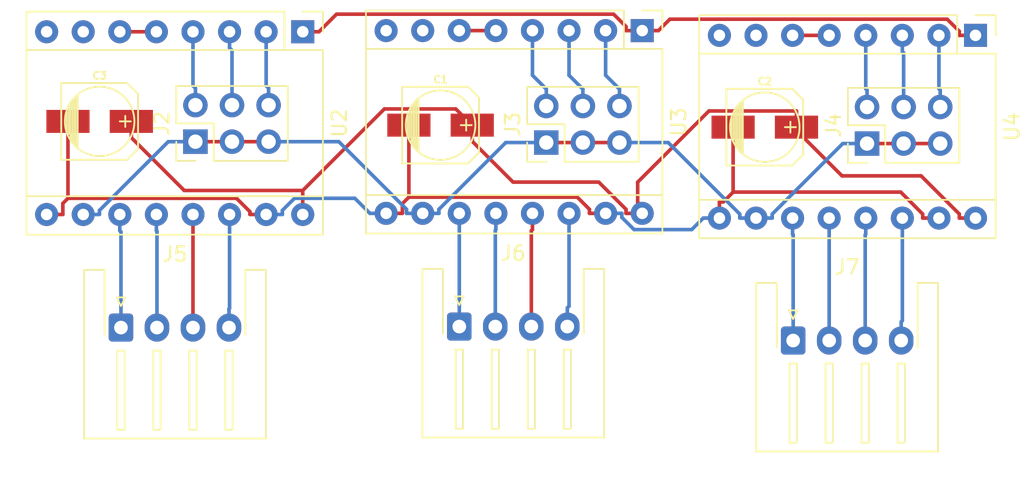
<source format=kicad_pcb>
(kicad_pcb (version 20171130) (host pcbnew 5.0.2-bee76a0~70~ubuntu18.04.1)

  (general
    (thickness 1.6)
    (drawings 0)
    (tracks 159)
    (zones 0)
    (modules 12)
    (nets 35)
  )

  (page A4)
  (layers
    (0 F.Cu signal)
    (31 B.Cu signal)
    (32 B.Adhes user)
    (33 F.Adhes user)
    (34 B.Paste user)
    (35 F.Paste user)
    (36 B.SilkS user)
    (37 F.SilkS user)
    (38 B.Mask user)
    (39 F.Mask user)
    (40 Dwgs.User user)
    (41 Cmts.User user)
    (42 Eco1.User user)
    (43 Eco2.User user)
    (44 Edge.Cuts user)
    (45 Margin user)
    (46 B.CrtYd user)
    (47 F.CrtYd user)
    (48 B.Fab user)
    (49 F.Fab user)
  )

  (setup
    (last_trace_width 0.25)
    (trace_clearance 0.2)
    (zone_clearance 0.508)
    (zone_45_only no)
    (trace_min 0.2)
    (segment_width 0.2)
    (edge_width 0.15)
    (via_size 0.8)
    (via_drill 0.4)
    (via_min_size 0.4)
    (via_min_drill 0.3)
    (uvia_size 0.3)
    (uvia_drill 0.1)
    (uvias_allowed no)
    (uvia_min_size 0.2)
    (uvia_min_drill 0.1)
    (pcb_text_width 0.3)
    (pcb_text_size 1.5 1.5)
    (mod_edge_width 0.15)
    (mod_text_size 1 1)
    (mod_text_width 0.15)
    (pad_size 1.524 1.524)
    (pad_drill 0.762)
    (pad_to_mask_clearance 0.051)
    (solder_mask_min_width 0.25)
    (aux_axis_origin 0 0)
    (visible_elements FFFFFF7F)
    (pcbplotparams
      (layerselection 0x010fc_ffffffff)
      (usegerberextensions false)
      (usegerberattributes false)
      (usegerberadvancedattributes false)
      (creategerberjobfile false)
      (excludeedgelayer true)
      (linewidth 0.100000)
      (plotframeref false)
      (viasonmask false)
      (mode 1)
      (useauxorigin false)
      (hpglpennumber 1)
      (hpglpenspeed 20)
      (hpglpendiameter 15.000000)
      (psnegative false)
      (psa4output false)
      (plotreference true)
      (plotvalue true)
      (plotinvisibletext false)
      (padsonsilk false)
      (subtractmaskfromsilk false)
      (outputformat 1)
      (mirror false)
      (drillshape 1)
      (scaleselection 1)
      (outputdirectory ""))
  )

  (net 0 "")
  (net 1 +VMot)
  (net 2 GND)
  (net 3 Step_Enable)
  (net 4 "Net-(J2-Pad6)")
  (net 5 +5V)
  (net 6 "Net-(J2-Pad4)")
  (net 7 "Net-(J5-Pad1)")
  (net 8 "Net-(J2-Pad2)")
  (net 9 "Net-(J5-Pad2)")
  (net 10 "Net-(U2-Pad5)")
  (net 11 "Net-(J5-Pad3)")
  (net 12 "Net-(J5-Pad4)")
  (net 13 X_Step)
  (net 14 X_Dir)
  (net 15 Y_Dir)
  (net 16 Y_Step)
  (net 17 "Net-(J6-Pad4)")
  (net 18 "Net-(U3-Pad5)")
  (net 19 "Net-(J6-Pad3)")
  (net 20 "Net-(J6-Pad2)")
  (net 21 "Net-(J3-Pad2)")
  (net 22 "Net-(J6-Pad1)")
  (net 23 "Net-(J3-Pad4)")
  (net 24 "Net-(J3-Pad6)")
  (net 25 "Net-(J4-Pad6)")
  (net 26 "Net-(J4-Pad4)")
  (net 27 "Net-(J7-Pad1)")
  (net 28 "Net-(J4-Pad2)")
  (net 29 "Net-(J7-Pad2)")
  (net 30 "Net-(U4-Pad5)")
  (net 31 "Net-(J7-Pad3)")
  (net 32 "Net-(J7-Pad4)")
  (net 33 Z_Step)
  (net 34 Z_Dir)

  (net_class Default "This is the default net class."
    (clearance 0.2)
    (trace_width 0.25)
    (via_dia 0.8)
    (via_drill 0.4)
    (uvia_dia 0.3)
    (uvia_drill 0.1)
    (add_net +5V)
    (add_net +VMot)
    (add_net GND)
    (add_net "Net-(J2-Pad2)")
    (add_net "Net-(J2-Pad4)")
    (add_net "Net-(J2-Pad6)")
    (add_net "Net-(J3-Pad2)")
    (add_net "Net-(J3-Pad4)")
    (add_net "Net-(J3-Pad6)")
    (add_net "Net-(J4-Pad2)")
    (add_net "Net-(J4-Pad4)")
    (add_net "Net-(J4-Pad6)")
    (add_net "Net-(J5-Pad1)")
    (add_net "Net-(J5-Pad2)")
    (add_net "Net-(J5-Pad3)")
    (add_net "Net-(J5-Pad4)")
    (add_net "Net-(J6-Pad1)")
    (add_net "Net-(J6-Pad2)")
    (add_net "Net-(J6-Pad3)")
    (add_net "Net-(J6-Pad4)")
    (add_net "Net-(J7-Pad1)")
    (add_net "Net-(J7-Pad2)")
    (add_net "Net-(J7-Pad3)")
    (add_net "Net-(J7-Pad4)")
    (add_net "Net-(U2-Pad5)")
    (add_net "Net-(U3-Pad5)")
    (add_net "Net-(U4-Pad5)")
    (add_net Step_Enable)
    (add_net X_Dir)
    (add_net X_Step)
    (add_net Y_Dir)
    (add_net Y_Step)
    (add_net Z_Dir)
    (add_net Z_Step)
  )

  (module Connector_JST:JST_XH_S04B-XH-A-1_1x04_P2.50mm_Horizontal (layer F.Cu) (tedit 5B77520A) (tstamp 5C06D5DC)
    (at 58.06 40.16)
    (descr "JST XH series connector, S04B-XH-A-1 (http://www.jst-mfg.com/product/pdf/eng/eXH.pdf), generated with kicad-footprint-generator")
    (tags "connector JST XH top entry")
    (path /5C004096)
    (fp_text reference J7 (at 3.75 -5.1) (layer F.SilkS)
      (effects (font (size 1 1) (thickness 0.15)))
    )
    (fp_text value Conn_01x04 (at 3.75 8.8) (layer F.Fab)
      (effects (font (size 1 1) (thickness 0.15)))
    )
    (fp_line (start -2.95 -4.4) (end -2.95 8.1) (layer F.CrtYd) (width 0.05))
    (fp_line (start -2.95 8.1) (end 10.45 8.1) (layer F.CrtYd) (width 0.05))
    (fp_line (start 10.45 8.1) (end 10.45 -4.4) (layer F.CrtYd) (width 0.05))
    (fp_line (start 10.45 -4.4) (end -2.95 -4.4) (layer F.CrtYd) (width 0.05))
    (fp_line (start 3.75 7.71) (end -2.56 7.71) (layer F.SilkS) (width 0.12))
    (fp_line (start -2.56 7.71) (end -2.56 -4.01) (layer F.SilkS) (width 0.12))
    (fp_line (start -2.56 -4.01) (end -1.14 -4.01) (layer F.SilkS) (width 0.12))
    (fp_line (start -1.14 -4.01) (end -1.14 0.49) (layer F.SilkS) (width 0.12))
    (fp_line (start 3.75 7.71) (end 10.06 7.71) (layer F.SilkS) (width 0.12))
    (fp_line (start 10.06 7.71) (end 10.06 -4.01) (layer F.SilkS) (width 0.12))
    (fp_line (start 10.06 -4.01) (end 8.64 -4.01) (layer F.SilkS) (width 0.12))
    (fp_line (start 8.64 -4.01) (end 8.64 0.49) (layer F.SilkS) (width 0.12))
    (fp_line (start 3.75 7.6) (end -2.45 7.6) (layer F.Fab) (width 0.1))
    (fp_line (start -2.45 7.6) (end -2.45 -3.9) (layer F.Fab) (width 0.1))
    (fp_line (start -2.45 -3.9) (end -1.25 -3.9) (layer F.Fab) (width 0.1))
    (fp_line (start -1.25 -3.9) (end -1.25 0.6) (layer F.Fab) (width 0.1))
    (fp_line (start -1.25 0.6) (end 3.75 0.6) (layer F.Fab) (width 0.1))
    (fp_line (start 3.75 7.6) (end 9.95 7.6) (layer F.Fab) (width 0.1))
    (fp_line (start 9.95 7.6) (end 9.95 -3.9) (layer F.Fab) (width 0.1))
    (fp_line (start 9.95 -3.9) (end 8.75 -3.9) (layer F.Fab) (width 0.1))
    (fp_line (start 8.75 -3.9) (end 8.75 0.6) (layer F.Fab) (width 0.1))
    (fp_line (start 8.75 0.6) (end 3.75 0.6) (layer F.Fab) (width 0.1))
    (fp_line (start -0.25 1.6) (end -0.25 7.1) (layer F.SilkS) (width 0.12))
    (fp_line (start -0.25 7.1) (end 0.25 7.1) (layer F.SilkS) (width 0.12))
    (fp_line (start 0.25 7.1) (end 0.25 1.6) (layer F.SilkS) (width 0.12))
    (fp_line (start 0.25 1.6) (end -0.25 1.6) (layer F.SilkS) (width 0.12))
    (fp_line (start 2.25 1.6) (end 2.25 7.1) (layer F.SilkS) (width 0.12))
    (fp_line (start 2.25 7.1) (end 2.75 7.1) (layer F.SilkS) (width 0.12))
    (fp_line (start 2.75 7.1) (end 2.75 1.6) (layer F.SilkS) (width 0.12))
    (fp_line (start 2.75 1.6) (end 2.25 1.6) (layer F.SilkS) (width 0.12))
    (fp_line (start 4.75 1.6) (end 4.75 7.1) (layer F.SilkS) (width 0.12))
    (fp_line (start 4.75 7.1) (end 5.25 7.1) (layer F.SilkS) (width 0.12))
    (fp_line (start 5.25 7.1) (end 5.25 1.6) (layer F.SilkS) (width 0.12))
    (fp_line (start 5.25 1.6) (end 4.75 1.6) (layer F.SilkS) (width 0.12))
    (fp_line (start 7.25 1.6) (end 7.25 7.1) (layer F.SilkS) (width 0.12))
    (fp_line (start 7.25 7.1) (end 7.75 7.1) (layer F.SilkS) (width 0.12))
    (fp_line (start 7.75 7.1) (end 7.75 1.6) (layer F.SilkS) (width 0.12))
    (fp_line (start 7.75 1.6) (end 7.25 1.6) (layer F.SilkS) (width 0.12))
    (fp_line (start 0 -1.5) (end -0.3 -2.1) (layer F.SilkS) (width 0.12))
    (fp_line (start -0.3 -2.1) (end 0.3 -2.1) (layer F.SilkS) (width 0.12))
    (fp_line (start 0.3 -2.1) (end 0 -1.5) (layer F.SilkS) (width 0.12))
    (fp_line (start -0.625 0.6) (end 0 -0.4) (layer F.Fab) (width 0.1))
    (fp_line (start 0 -0.4) (end 0.625 0.6) (layer F.Fab) (width 0.1))
    (fp_text user %R (at 3.75 1.85) (layer F.Fab)
      (effects (font (size 1 1) (thickness 0.15)))
    )
    (pad 1 thru_hole roundrect (at 0 0) (size 1.7 1.95) (drill 0.95) (layers *.Cu *.Mask) (roundrect_rratio 0.147059)
      (net 27 "Net-(J7-Pad1)"))
    (pad 2 thru_hole oval (at 2.5 0) (size 1.7 1.95) (drill 0.95) (layers *.Cu *.Mask)
      (net 29 "Net-(J7-Pad2)"))
    (pad 3 thru_hole oval (at 5 0) (size 1.7 1.95) (drill 0.95) (layers *.Cu *.Mask)
      (net 31 "Net-(J7-Pad3)"))
    (pad 4 thru_hole oval (at 7.5 0) (size 1.7 1.95) (drill 0.95) (layers *.Cu *.Mask)
      (net 32 "Net-(J7-Pad4)"))
    (model ${KISYS3DMOD}/Connector_JST.3dshapes/JST_XH_S04B-XH-A-1_1x04_P2.50mm_Horizontal.wrl
      (at (xyz 0 0 0))
      (scale (xyz 1 1 1))
      (rotate (xyz 0 0 0))
    )
  )

  (module Connector_JST:JST_XH_S04B-XH-A-1_1x04_P2.50mm_Horizontal (layer F.Cu) (tedit 5B77520A) (tstamp 5C06D5A8)
    (at 34.88 39.19)
    (descr "JST XH series connector, S04B-XH-A-1 (http://www.jst-mfg.com/product/pdf/eng/eXH.pdf), generated with kicad-footprint-generator")
    (tags "connector JST XH top entry")
    (path /5C002156)
    (fp_text reference J6 (at 3.75 -5.1) (layer F.SilkS)
      (effects (font (size 1 1) (thickness 0.15)))
    )
    (fp_text value Conn_01x04 (at 3.75 8.8) (layer F.Fab)
      (effects (font (size 1 1) (thickness 0.15)))
    )
    (fp_text user %R (at 3.75 1.85) (layer F.Fab)
      (effects (font (size 1 1) (thickness 0.15)))
    )
    (fp_line (start 0 -0.4) (end 0.625 0.6) (layer F.Fab) (width 0.1))
    (fp_line (start -0.625 0.6) (end 0 -0.4) (layer F.Fab) (width 0.1))
    (fp_line (start 0.3 -2.1) (end 0 -1.5) (layer F.SilkS) (width 0.12))
    (fp_line (start -0.3 -2.1) (end 0.3 -2.1) (layer F.SilkS) (width 0.12))
    (fp_line (start 0 -1.5) (end -0.3 -2.1) (layer F.SilkS) (width 0.12))
    (fp_line (start 7.75 1.6) (end 7.25 1.6) (layer F.SilkS) (width 0.12))
    (fp_line (start 7.75 7.1) (end 7.75 1.6) (layer F.SilkS) (width 0.12))
    (fp_line (start 7.25 7.1) (end 7.75 7.1) (layer F.SilkS) (width 0.12))
    (fp_line (start 7.25 1.6) (end 7.25 7.1) (layer F.SilkS) (width 0.12))
    (fp_line (start 5.25 1.6) (end 4.75 1.6) (layer F.SilkS) (width 0.12))
    (fp_line (start 5.25 7.1) (end 5.25 1.6) (layer F.SilkS) (width 0.12))
    (fp_line (start 4.75 7.1) (end 5.25 7.1) (layer F.SilkS) (width 0.12))
    (fp_line (start 4.75 1.6) (end 4.75 7.1) (layer F.SilkS) (width 0.12))
    (fp_line (start 2.75 1.6) (end 2.25 1.6) (layer F.SilkS) (width 0.12))
    (fp_line (start 2.75 7.1) (end 2.75 1.6) (layer F.SilkS) (width 0.12))
    (fp_line (start 2.25 7.1) (end 2.75 7.1) (layer F.SilkS) (width 0.12))
    (fp_line (start 2.25 1.6) (end 2.25 7.1) (layer F.SilkS) (width 0.12))
    (fp_line (start 0.25 1.6) (end -0.25 1.6) (layer F.SilkS) (width 0.12))
    (fp_line (start 0.25 7.1) (end 0.25 1.6) (layer F.SilkS) (width 0.12))
    (fp_line (start -0.25 7.1) (end 0.25 7.1) (layer F.SilkS) (width 0.12))
    (fp_line (start -0.25 1.6) (end -0.25 7.1) (layer F.SilkS) (width 0.12))
    (fp_line (start 8.75 0.6) (end 3.75 0.6) (layer F.Fab) (width 0.1))
    (fp_line (start 8.75 -3.9) (end 8.75 0.6) (layer F.Fab) (width 0.1))
    (fp_line (start 9.95 -3.9) (end 8.75 -3.9) (layer F.Fab) (width 0.1))
    (fp_line (start 9.95 7.6) (end 9.95 -3.9) (layer F.Fab) (width 0.1))
    (fp_line (start 3.75 7.6) (end 9.95 7.6) (layer F.Fab) (width 0.1))
    (fp_line (start -1.25 0.6) (end 3.75 0.6) (layer F.Fab) (width 0.1))
    (fp_line (start -1.25 -3.9) (end -1.25 0.6) (layer F.Fab) (width 0.1))
    (fp_line (start -2.45 -3.9) (end -1.25 -3.9) (layer F.Fab) (width 0.1))
    (fp_line (start -2.45 7.6) (end -2.45 -3.9) (layer F.Fab) (width 0.1))
    (fp_line (start 3.75 7.6) (end -2.45 7.6) (layer F.Fab) (width 0.1))
    (fp_line (start 8.64 -4.01) (end 8.64 0.49) (layer F.SilkS) (width 0.12))
    (fp_line (start 10.06 -4.01) (end 8.64 -4.01) (layer F.SilkS) (width 0.12))
    (fp_line (start 10.06 7.71) (end 10.06 -4.01) (layer F.SilkS) (width 0.12))
    (fp_line (start 3.75 7.71) (end 10.06 7.71) (layer F.SilkS) (width 0.12))
    (fp_line (start -1.14 -4.01) (end -1.14 0.49) (layer F.SilkS) (width 0.12))
    (fp_line (start -2.56 -4.01) (end -1.14 -4.01) (layer F.SilkS) (width 0.12))
    (fp_line (start -2.56 7.71) (end -2.56 -4.01) (layer F.SilkS) (width 0.12))
    (fp_line (start 3.75 7.71) (end -2.56 7.71) (layer F.SilkS) (width 0.12))
    (fp_line (start 10.45 -4.4) (end -2.95 -4.4) (layer F.CrtYd) (width 0.05))
    (fp_line (start 10.45 8.1) (end 10.45 -4.4) (layer F.CrtYd) (width 0.05))
    (fp_line (start -2.95 8.1) (end 10.45 8.1) (layer F.CrtYd) (width 0.05))
    (fp_line (start -2.95 -4.4) (end -2.95 8.1) (layer F.CrtYd) (width 0.05))
    (pad 4 thru_hole oval (at 7.5 0) (size 1.7 1.95) (drill 0.95) (layers *.Cu *.Mask)
      (net 17 "Net-(J6-Pad4)"))
    (pad 3 thru_hole oval (at 5 0) (size 1.7 1.95) (drill 0.95) (layers *.Cu *.Mask)
      (net 19 "Net-(J6-Pad3)"))
    (pad 2 thru_hole oval (at 2.5 0) (size 1.7 1.95) (drill 0.95) (layers *.Cu *.Mask)
      (net 20 "Net-(J6-Pad2)"))
    (pad 1 thru_hole roundrect (at 0 0) (size 1.7 1.95) (drill 0.95) (layers *.Cu *.Mask) (roundrect_rratio 0.147059)
      (net 22 "Net-(J6-Pad1)"))
    (model ${KISYS3DMOD}/Connector_JST.3dshapes/JST_XH_S04B-XH-A-1_1x04_P2.50mm_Horizontal.wrl
      (at (xyz 0 0 0))
      (scale (xyz 1 1 1))
      (rotate (xyz 0 0 0))
    )
  )

  (module Connector_JST:JST_XH_S04B-XH-A-1_1x04_P2.50mm_Horizontal (layer F.Cu) (tedit 5B77520A) (tstamp 5C06D574)
    (at 11.39 39.26)
    (descr "JST XH series connector, S04B-XH-A-1 (http://www.jst-mfg.com/product/pdf/eng/eXH.pdf), generated with kicad-footprint-generator")
    (tags "connector JST XH top entry")
    (path /5C0008F6)
    (fp_text reference J5 (at 3.75 -5.1) (layer F.SilkS)
      (effects (font (size 1 1) (thickness 0.15)))
    )
    (fp_text value Conn_01x04 (at 3.75 8.8) (layer F.Fab)
      (effects (font (size 1 1) (thickness 0.15)))
    )
    (fp_line (start -2.95 -4.4) (end -2.95 8.1) (layer F.CrtYd) (width 0.05))
    (fp_line (start -2.95 8.1) (end 10.45 8.1) (layer F.CrtYd) (width 0.05))
    (fp_line (start 10.45 8.1) (end 10.45 -4.4) (layer F.CrtYd) (width 0.05))
    (fp_line (start 10.45 -4.4) (end -2.95 -4.4) (layer F.CrtYd) (width 0.05))
    (fp_line (start 3.75 7.71) (end -2.56 7.71) (layer F.SilkS) (width 0.12))
    (fp_line (start -2.56 7.71) (end -2.56 -4.01) (layer F.SilkS) (width 0.12))
    (fp_line (start -2.56 -4.01) (end -1.14 -4.01) (layer F.SilkS) (width 0.12))
    (fp_line (start -1.14 -4.01) (end -1.14 0.49) (layer F.SilkS) (width 0.12))
    (fp_line (start 3.75 7.71) (end 10.06 7.71) (layer F.SilkS) (width 0.12))
    (fp_line (start 10.06 7.71) (end 10.06 -4.01) (layer F.SilkS) (width 0.12))
    (fp_line (start 10.06 -4.01) (end 8.64 -4.01) (layer F.SilkS) (width 0.12))
    (fp_line (start 8.64 -4.01) (end 8.64 0.49) (layer F.SilkS) (width 0.12))
    (fp_line (start 3.75 7.6) (end -2.45 7.6) (layer F.Fab) (width 0.1))
    (fp_line (start -2.45 7.6) (end -2.45 -3.9) (layer F.Fab) (width 0.1))
    (fp_line (start -2.45 -3.9) (end -1.25 -3.9) (layer F.Fab) (width 0.1))
    (fp_line (start -1.25 -3.9) (end -1.25 0.6) (layer F.Fab) (width 0.1))
    (fp_line (start -1.25 0.6) (end 3.75 0.6) (layer F.Fab) (width 0.1))
    (fp_line (start 3.75 7.6) (end 9.95 7.6) (layer F.Fab) (width 0.1))
    (fp_line (start 9.95 7.6) (end 9.95 -3.9) (layer F.Fab) (width 0.1))
    (fp_line (start 9.95 -3.9) (end 8.75 -3.9) (layer F.Fab) (width 0.1))
    (fp_line (start 8.75 -3.9) (end 8.75 0.6) (layer F.Fab) (width 0.1))
    (fp_line (start 8.75 0.6) (end 3.75 0.6) (layer F.Fab) (width 0.1))
    (fp_line (start -0.25 1.6) (end -0.25 7.1) (layer F.SilkS) (width 0.12))
    (fp_line (start -0.25 7.1) (end 0.25 7.1) (layer F.SilkS) (width 0.12))
    (fp_line (start 0.25 7.1) (end 0.25 1.6) (layer F.SilkS) (width 0.12))
    (fp_line (start 0.25 1.6) (end -0.25 1.6) (layer F.SilkS) (width 0.12))
    (fp_line (start 2.25 1.6) (end 2.25 7.1) (layer F.SilkS) (width 0.12))
    (fp_line (start 2.25 7.1) (end 2.75 7.1) (layer F.SilkS) (width 0.12))
    (fp_line (start 2.75 7.1) (end 2.75 1.6) (layer F.SilkS) (width 0.12))
    (fp_line (start 2.75 1.6) (end 2.25 1.6) (layer F.SilkS) (width 0.12))
    (fp_line (start 4.75 1.6) (end 4.75 7.1) (layer F.SilkS) (width 0.12))
    (fp_line (start 4.75 7.1) (end 5.25 7.1) (layer F.SilkS) (width 0.12))
    (fp_line (start 5.25 7.1) (end 5.25 1.6) (layer F.SilkS) (width 0.12))
    (fp_line (start 5.25 1.6) (end 4.75 1.6) (layer F.SilkS) (width 0.12))
    (fp_line (start 7.25 1.6) (end 7.25 7.1) (layer F.SilkS) (width 0.12))
    (fp_line (start 7.25 7.1) (end 7.75 7.1) (layer F.SilkS) (width 0.12))
    (fp_line (start 7.75 7.1) (end 7.75 1.6) (layer F.SilkS) (width 0.12))
    (fp_line (start 7.75 1.6) (end 7.25 1.6) (layer F.SilkS) (width 0.12))
    (fp_line (start 0 -1.5) (end -0.3 -2.1) (layer F.SilkS) (width 0.12))
    (fp_line (start -0.3 -2.1) (end 0.3 -2.1) (layer F.SilkS) (width 0.12))
    (fp_line (start 0.3 -2.1) (end 0 -1.5) (layer F.SilkS) (width 0.12))
    (fp_line (start -0.625 0.6) (end 0 -0.4) (layer F.Fab) (width 0.1))
    (fp_line (start 0 -0.4) (end 0.625 0.6) (layer F.Fab) (width 0.1))
    (fp_text user %R (at 3.75 1.85) (layer F.Fab)
      (effects (font (size 1 1) (thickness 0.15)))
    )
    (pad 1 thru_hole roundrect (at 0 0) (size 1.7 1.95) (drill 0.95) (layers *.Cu *.Mask) (roundrect_rratio 0.147059)
      (net 7 "Net-(J5-Pad1)"))
    (pad 2 thru_hole oval (at 2.5 0) (size 1.7 1.95) (drill 0.95) (layers *.Cu *.Mask)
      (net 9 "Net-(J5-Pad2)"))
    (pad 3 thru_hole oval (at 5 0) (size 1.7 1.95) (drill 0.95) (layers *.Cu *.Mask)
      (net 11 "Net-(J5-Pad3)"))
    (pad 4 thru_hole oval (at 7.5 0) (size 1.7 1.95) (drill 0.95) (layers *.Cu *.Mask)
      (net 12 "Net-(J5-Pad4)"))
    (model ${KISYS3DMOD}/Connector_JST.3dshapes/JST_XH_S04B-XH-A-1_1x04_P2.50mm_Horizontal.wrl
      (at (xyz 0 0 0))
      (scale (xyz 1 1 1))
      (rotate (xyz 0 0 0))
    )
  )

  (module Connector_PinHeader_2.54mm:PinHeader_2x03_P2.54mm_Vertical (layer F.Cu) (tedit 59FED5CC) (tstamp 5C06D540)
    (at 63.19 26.47 90)
    (descr "Through hole straight pin header, 2x03, 2.54mm pitch, double rows")
    (tags "Through hole pin header THT 2x03 2.54mm double row")
    (path /5C00406A)
    (fp_text reference J4 (at 1.27 -2.33 90) (layer F.SilkS)
      (effects (font (size 1 1) (thickness 0.15)))
    )
    (fp_text value Conn_02x03_Odd_Even (at 1.27 7.41 90) (layer F.Fab)
      (effects (font (size 1 1) (thickness 0.15)))
    )
    (fp_line (start 0 -1.27) (end 3.81 -1.27) (layer F.Fab) (width 0.1))
    (fp_line (start 3.81 -1.27) (end 3.81 6.35) (layer F.Fab) (width 0.1))
    (fp_line (start 3.81 6.35) (end -1.27 6.35) (layer F.Fab) (width 0.1))
    (fp_line (start -1.27 6.35) (end -1.27 0) (layer F.Fab) (width 0.1))
    (fp_line (start -1.27 0) (end 0 -1.27) (layer F.Fab) (width 0.1))
    (fp_line (start -1.33 6.41) (end 3.87 6.41) (layer F.SilkS) (width 0.12))
    (fp_line (start -1.33 1.27) (end -1.33 6.41) (layer F.SilkS) (width 0.12))
    (fp_line (start 3.87 -1.33) (end 3.87 6.41) (layer F.SilkS) (width 0.12))
    (fp_line (start -1.33 1.27) (end 1.27 1.27) (layer F.SilkS) (width 0.12))
    (fp_line (start 1.27 1.27) (end 1.27 -1.33) (layer F.SilkS) (width 0.12))
    (fp_line (start 1.27 -1.33) (end 3.87 -1.33) (layer F.SilkS) (width 0.12))
    (fp_line (start -1.33 0) (end -1.33 -1.33) (layer F.SilkS) (width 0.12))
    (fp_line (start -1.33 -1.33) (end 0 -1.33) (layer F.SilkS) (width 0.12))
    (fp_line (start -1.8 -1.8) (end -1.8 6.85) (layer F.CrtYd) (width 0.05))
    (fp_line (start -1.8 6.85) (end 4.35 6.85) (layer F.CrtYd) (width 0.05))
    (fp_line (start 4.35 6.85) (end 4.35 -1.8) (layer F.CrtYd) (width 0.05))
    (fp_line (start 4.35 -1.8) (end -1.8 -1.8) (layer F.CrtYd) (width 0.05))
    (fp_text user %R (at 1.27 2.54 180) (layer F.Fab)
      (effects (font (size 1 1) (thickness 0.15)))
    )
    (pad 1 thru_hole rect (at 0 0 90) (size 1.7 1.7) (drill 1) (layers *.Cu *.Mask)
      (net 5 +5V))
    (pad 2 thru_hole oval (at 2.54 0 90) (size 1.7 1.7) (drill 1) (layers *.Cu *.Mask)
      (net 28 "Net-(J4-Pad2)"))
    (pad 3 thru_hole oval (at 0 2.54 90) (size 1.7 1.7) (drill 1) (layers *.Cu *.Mask)
      (net 5 +5V))
    (pad 4 thru_hole oval (at 2.54 2.54 90) (size 1.7 1.7) (drill 1) (layers *.Cu *.Mask)
      (net 26 "Net-(J4-Pad4)"))
    (pad 5 thru_hole oval (at 0 5.08 90) (size 1.7 1.7) (drill 1) (layers *.Cu *.Mask)
      (net 5 +5V))
    (pad 6 thru_hole oval (at 2.54 5.08 90) (size 1.7 1.7) (drill 1) (layers *.Cu *.Mask)
      (net 25 "Net-(J4-Pad6)"))
    (model ${KISYS3DMOD}/Connector_PinHeader_2.54mm.3dshapes/PinHeader_2x03_P2.54mm_Vertical.wrl
      (at (xyz 0 0 0))
      (scale (xyz 1 1 1))
      (rotate (xyz 0 0 0))
    )
  )

  (module Connector_PinHeader_2.54mm:PinHeader_2x03_P2.54mm_Vertical (layer F.Cu) (tedit 59FED5CC) (tstamp 5C06D524)
    (at 40.92 26.4 90)
    (descr "Through hole straight pin header, 2x03, 2.54mm pitch, double rows")
    (tags "Through hole pin header THT 2x03 2.54mm double row")
    (path /5C00212A)
    (fp_text reference J3 (at 1.27 -2.33 90) (layer F.SilkS)
      (effects (font (size 1 1) (thickness 0.15)))
    )
    (fp_text value Conn_02x03_Odd_Even (at 1.27 7.41 90) (layer F.Fab)
      (effects (font (size 1 1) (thickness 0.15)))
    )
    (fp_text user %R (at 1.27 2.54 180) (layer F.Fab)
      (effects (font (size 1 1) (thickness 0.15)))
    )
    (fp_line (start 4.35 -1.8) (end -1.8 -1.8) (layer F.CrtYd) (width 0.05))
    (fp_line (start 4.35 6.85) (end 4.35 -1.8) (layer F.CrtYd) (width 0.05))
    (fp_line (start -1.8 6.85) (end 4.35 6.85) (layer F.CrtYd) (width 0.05))
    (fp_line (start -1.8 -1.8) (end -1.8 6.85) (layer F.CrtYd) (width 0.05))
    (fp_line (start -1.33 -1.33) (end 0 -1.33) (layer F.SilkS) (width 0.12))
    (fp_line (start -1.33 0) (end -1.33 -1.33) (layer F.SilkS) (width 0.12))
    (fp_line (start 1.27 -1.33) (end 3.87 -1.33) (layer F.SilkS) (width 0.12))
    (fp_line (start 1.27 1.27) (end 1.27 -1.33) (layer F.SilkS) (width 0.12))
    (fp_line (start -1.33 1.27) (end 1.27 1.27) (layer F.SilkS) (width 0.12))
    (fp_line (start 3.87 -1.33) (end 3.87 6.41) (layer F.SilkS) (width 0.12))
    (fp_line (start -1.33 1.27) (end -1.33 6.41) (layer F.SilkS) (width 0.12))
    (fp_line (start -1.33 6.41) (end 3.87 6.41) (layer F.SilkS) (width 0.12))
    (fp_line (start -1.27 0) (end 0 -1.27) (layer F.Fab) (width 0.1))
    (fp_line (start -1.27 6.35) (end -1.27 0) (layer F.Fab) (width 0.1))
    (fp_line (start 3.81 6.35) (end -1.27 6.35) (layer F.Fab) (width 0.1))
    (fp_line (start 3.81 -1.27) (end 3.81 6.35) (layer F.Fab) (width 0.1))
    (fp_line (start 0 -1.27) (end 3.81 -1.27) (layer F.Fab) (width 0.1))
    (pad 6 thru_hole oval (at 2.54 5.08 90) (size 1.7 1.7) (drill 1) (layers *.Cu *.Mask)
      (net 24 "Net-(J3-Pad6)"))
    (pad 5 thru_hole oval (at 0 5.08 90) (size 1.7 1.7) (drill 1) (layers *.Cu *.Mask)
      (net 5 +5V))
    (pad 4 thru_hole oval (at 2.54 2.54 90) (size 1.7 1.7) (drill 1) (layers *.Cu *.Mask)
      (net 23 "Net-(J3-Pad4)"))
    (pad 3 thru_hole oval (at 0 2.54 90) (size 1.7 1.7) (drill 1) (layers *.Cu *.Mask)
      (net 5 +5V))
    (pad 2 thru_hole oval (at 2.54 0 90) (size 1.7 1.7) (drill 1) (layers *.Cu *.Mask)
      (net 21 "Net-(J3-Pad2)"))
    (pad 1 thru_hole rect (at 0 0 90) (size 1.7 1.7) (drill 1) (layers *.Cu *.Mask)
      (net 5 +5V))
    (model ${KISYS3DMOD}/Connector_PinHeader_2.54mm.3dshapes/PinHeader_2x03_P2.54mm_Vertical.wrl
      (at (xyz 0 0 0))
      (scale (xyz 1 1 1))
      (rotate (xyz 0 0 0))
    )
  )

  (module Connector_PinHeader_2.54mm:PinHeader_2x03_P2.54mm_Vertical (layer F.Cu) (tedit 59FED5CC) (tstamp 5C06D508)
    (at 16.56 26.34 90)
    (descr "Through hole straight pin header, 2x03, 2.54mm pitch, double rows")
    (tags "Through hole pin header THT 2x03 2.54mm double row")
    (path /5BFFFF4D)
    (fp_text reference J2 (at 1.27 -2.33 90) (layer F.SilkS)
      (effects (font (size 1 1) (thickness 0.15)))
    )
    (fp_text value Conn_02x03_Odd_Even (at 1.27 7.41 90) (layer F.Fab)
      (effects (font (size 1 1) (thickness 0.15)))
    )
    (fp_line (start 0 -1.27) (end 3.81 -1.27) (layer F.Fab) (width 0.1))
    (fp_line (start 3.81 -1.27) (end 3.81 6.35) (layer F.Fab) (width 0.1))
    (fp_line (start 3.81 6.35) (end -1.27 6.35) (layer F.Fab) (width 0.1))
    (fp_line (start -1.27 6.35) (end -1.27 0) (layer F.Fab) (width 0.1))
    (fp_line (start -1.27 0) (end 0 -1.27) (layer F.Fab) (width 0.1))
    (fp_line (start -1.33 6.41) (end 3.87 6.41) (layer F.SilkS) (width 0.12))
    (fp_line (start -1.33 1.27) (end -1.33 6.41) (layer F.SilkS) (width 0.12))
    (fp_line (start 3.87 -1.33) (end 3.87 6.41) (layer F.SilkS) (width 0.12))
    (fp_line (start -1.33 1.27) (end 1.27 1.27) (layer F.SilkS) (width 0.12))
    (fp_line (start 1.27 1.27) (end 1.27 -1.33) (layer F.SilkS) (width 0.12))
    (fp_line (start 1.27 -1.33) (end 3.87 -1.33) (layer F.SilkS) (width 0.12))
    (fp_line (start -1.33 0) (end -1.33 -1.33) (layer F.SilkS) (width 0.12))
    (fp_line (start -1.33 -1.33) (end 0 -1.33) (layer F.SilkS) (width 0.12))
    (fp_line (start -1.8 -1.8) (end -1.8 6.85) (layer F.CrtYd) (width 0.05))
    (fp_line (start -1.8 6.85) (end 4.35 6.85) (layer F.CrtYd) (width 0.05))
    (fp_line (start 4.35 6.85) (end 4.35 -1.8) (layer F.CrtYd) (width 0.05))
    (fp_line (start 4.35 -1.8) (end -1.8 -1.8) (layer F.CrtYd) (width 0.05))
    (fp_text user %R (at 1.27 2.54 180) (layer F.Fab)
      (effects (font (size 1 1) (thickness 0.15)))
    )
    (pad 1 thru_hole rect (at 0 0 90) (size 1.7 1.7) (drill 1) (layers *.Cu *.Mask)
      (net 5 +5V))
    (pad 2 thru_hole oval (at 2.54 0 90) (size 1.7 1.7) (drill 1) (layers *.Cu *.Mask)
      (net 8 "Net-(J2-Pad2)"))
    (pad 3 thru_hole oval (at 0 2.54 90) (size 1.7 1.7) (drill 1) (layers *.Cu *.Mask)
      (net 5 +5V))
    (pad 4 thru_hole oval (at 2.54 2.54 90) (size 1.7 1.7) (drill 1) (layers *.Cu *.Mask)
      (net 6 "Net-(J2-Pad4)"))
    (pad 5 thru_hole oval (at 0 5.08 90) (size 1.7 1.7) (drill 1) (layers *.Cu *.Mask)
      (net 5 +5V))
    (pad 6 thru_hole oval (at 2.54 5.08 90) (size 1.7 1.7) (drill 1) (layers *.Cu *.Mask)
      (net 4 "Net-(J2-Pad6)"))
    (model ${KISYS3DMOD}/Connector_PinHeader_2.54mm.3dshapes/PinHeader_2x03_P2.54mm_Vertical.wrl
      (at (xyz 0 0 0))
      (scale (xyz 1 1 1))
      (rotate (xyz 0 0 0))
    )
  )

  (module Module:Pololu_Breakout-16_15.2x20.3mm (layer F.Cu) (tedit 58AB602C) (tstamp 5C06D4EC)
    (at 70.72 18.95 270)
    (descr "Pololu Breakout 16-pin 15.2x20.3mm 0.6x0.8\\")
    (tags "Pololu Breakout")
    (path /5C02577A)
    (fp_text reference U4 (at 6.35 -2.54 270) (layer F.SilkS)
      (effects (font (size 1 1) (thickness 0.15)))
    )
    (fp_text value A4988_MODULE (at 6.35 20.17 270) (layer F.Fab)
      (effects (font (size 1 1) (thickness 0.15)))
    )
    (fp_text user %R (at 6.35 0 270) (layer F.Fab)
      (effects (font (size 1 1) (thickness 0.15)))
    )
    (fp_line (start 11.43 -1.4) (end 11.43 19.18) (layer F.SilkS) (width 0.12))
    (fp_line (start 1.27 1.27) (end 1.27 19.18) (layer F.SilkS) (width 0.12))
    (fp_line (start 0 -1.4) (end -1.4 -1.4) (layer F.SilkS) (width 0.12))
    (fp_line (start -1.4 -1.4) (end -1.4 0) (layer F.SilkS) (width 0.12))
    (fp_line (start 1.27 -1.4) (end 1.27 1.27) (layer F.SilkS) (width 0.12))
    (fp_line (start 1.27 1.27) (end -1.4 1.27) (layer F.SilkS) (width 0.12))
    (fp_line (start -1.4 1.27) (end -1.4 19.18) (layer F.SilkS) (width 0.12))
    (fp_line (start -1.4 19.18) (end 14.1 19.18) (layer F.SilkS) (width 0.12))
    (fp_line (start 14.1 19.18) (end 14.1 -1.4) (layer F.SilkS) (width 0.12))
    (fp_line (start 14.1 -1.4) (end 1.27 -1.4) (layer F.SilkS) (width 0.12))
    (fp_line (start -1.27 0) (end 0 -1.27) (layer F.Fab) (width 0.1))
    (fp_line (start 0 -1.27) (end 13.97 -1.27) (layer F.Fab) (width 0.1))
    (fp_line (start 13.97 -1.27) (end 13.97 19.05) (layer F.Fab) (width 0.1))
    (fp_line (start 13.97 19.05) (end -1.27 19.05) (layer F.Fab) (width 0.1))
    (fp_line (start -1.27 19.05) (end -1.27 0) (layer F.Fab) (width 0.1))
    (fp_line (start -1.53 -1.52) (end 14.21 -1.52) (layer F.CrtYd) (width 0.05))
    (fp_line (start -1.53 -1.52) (end -1.53 19.3) (layer F.CrtYd) (width 0.05))
    (fp_line (start 14.21 19.3) (end 14.21 -1.52) (layer F.CrtYd) (width 0.05))
    (fp_line (start 14.21 19.3) (end -1.53 19.3) (layer F.CrtYd) (width 0.05))
    (pad 1 thru_hole rect (at 0 0 270) (size 1.6 1.6) (drill 0.8) (layers *.Cu *.Mask)
      (net 3 Step_Enable))
    (pad 9 thru_hole oval (at 12.7 17.78 270) (size 1.6 1.6) (drill 0.8) (layers *.Cu *.Mask)
      (net 2 GND))
    (pad 2 thru_hole oval (at 0 2.54 270) (size 1.6 1.6) (drill 0.8) (layers *.Cu *.Mask)
      (net 25 "Net-(J4-Pad6)"))
    (pad 10 thru_hole oval (at 12.7 15.24 270) (size 1.6 1.6) (drill 0.8) (layers *.Cu *.Mask)
      (net 5 +5V))
    (pad 3 thru_hole oval (at 0 5.08 270) (size 1.6 1.6) (drill 0.8) (layers *.Cu *.Mask)
      (net 26 "Net-(J4-Pad4)"))
    (pad 11 thru_hole oval (at 12.7 12.7 270) (size 1.6 1.6) (drill 0.8) (layers *.Cu *.Mask)
      (net 27 "Net-(J7-Pad1)"))
    (pad 4 thru_hole oval (at 0 7.62 270) (size 1.6 1.6) (drill 0.8) (layers *.Cu *.Mask)
      (net 28 "Net-(J4-Pad2)"))
    (pad 12 thru_hole oval (at 12.7 10.16 270) (size 1.6 1.6) (drill 0.8) (layers *.Cu *.Mask)
      (net 29 "Net-(J7-Pad2)"))
    (pad 5 thru_hole oval (at 0 10.16 270) (size 1.6 1.6) (drill 0.8) (layers *.Cu *.Mask)
      (net 30 "Net-(U4-Pad5)"))
    (pad 13 thru_hole oval (at 12.7 7.62 270) (size 1.6 1.6) (drill 0.8) (layers *.Cu *.Mask)
      (net 31 "Net-(J7-Pad3)"))
    (pad 6 thru_hole oval (at 0 12.7 270) (size 1.6 1.6) (drill 0.8) (layers *.Cu *.Mask)
      (net 30 "Net-(U4-Pad5)"))
    (pad 14 thru_hole oval (at 12.7 5.08 270) (size 1.6 1.6) (drill 0.8) (layers *.Cu *.Mask)
      (net 32 "Net-(J7-Pad4)"))
    (pad 7 thru_hole oval (at 0 15.24 270) (size 1.6 1.6) (drill 0.8) (layers *.Cu *.Mask)
      (net 33 Z_Step))
    (pad 15 thru_hole oval (at 12.7 2.54 270) (size 1.6 1.6) (drill 0.8) (layers *.Cu *.Mask)
      (net 2 GND))
    (pad 8 thru_hole oval (at 0 17.78 270) (size 1.6 1.6) (drill 0.8) (layers *.Cu *.Mask)
      (net 34 Z_Dir))
    (pad 16 thru_hole oval (at 12.7 0 270) (size 1.6 1.6) (drill 0.8) (layers *.Cu *.Mask)
      (net 1 +VMot))
    (model ${KISYS3DMOD}/Module.3dshapes/Pololu_Breakout-16_15.2x20.3mm.wrl
      (at (xyz 0 0 0))
      (scale (xyz 1 1 1))
      (rotate (xyz 0 0 0))
    )
  )

  (module Module:Pololu_Breakout-16_15.2x20.3mm (layer F.Cu) (tedit 58AB602C) (tstamp 5C06D4C4)
    (at 47.58 18.62 270)
    (descr "Pololu Breakout 16-pin 15.2x20.3mm 0.6x0.8\\")
    (tags "Pololu Breakout")
    (path /5C02571C)
    (fp_text reference U3 (at 6.35 -2.54 270) (layer F.SilkS)
      (effects (font (size 1 1) (thickness 0.15)))
    )
    (fp_text value A4988_MODULE (at 6.35 20.17 270) (layer F.Fab)
      (effects (font (size 1 1) (thickness 0.15)))
    )
    (fp_line (start 14.21 19.3) (end -1.53 19.3) (layer F.CrtYd) (width 0.05))
    (fp_line (start 14.21 19.3) (end 14.21 -1.52) (layer F.CrtYd) (width 0.05))
    (fp_line (start -1.53 -1.52) (end -1.53 19.3) (layer F.CrtYd) (width 0.05))
    (fp_line (start -1.53 -1.52) (end 14.21 -1.52) (layer F.CrtYd) (width 0.05))
    (fp_line (start -1.27 19.05) (end -1.27 0) (layer F.Fab) (width 0.1))
    (fp_line (start 13.97 19.05) (end -1.27 19.05) (layer F.Fab) (width 0.1))
    (fp_line (start 13.97 -1.27) (end 13.97 19.05) (layer F.Fab) (width 0.1))
    (fp_line (start 0 -1.27) (end 13.97 -1.27) (layer F.Fab) (width 0.1))
    (fp_line (start -1.27 0) (end 0 -1.27) (layer F.Fab) (width 0.1))
    (fp_line (start 14.1 -1.4) (end 1.27 -1.4) (layer F.SilkS) (width 0.12))
    (fp_line (start 14.1 19.18) (end 14.1 -1.4) (layer F.SilkS) (width 0.12))
    (fp_line (start -1.4 19.18) (end 14.1 19.18) (layer F.SilkS) (width 0.12))
    (fp_line (start -1.4 1.27) (end -1.4 19.18) (layer F.SilkS) (width 0.12))
    (fp_line (start 1.27 1.27) (end -1.4 1.27) (layer F.SilkS) (width 0.12))
    (fp_line (start 1.27 -1.4) (end 1.27 1.27) (layer F.SilkS) (width 0.12))
    (fp_line (start -1.4 -1.4) (end -1.4 0) (layer F.SilkS) (width 0.12))
    (fp_line (start 0 -1.4) (end -1.4 -1.4) (layer F.SilkS) (width 0.12))
    (fp_line (start 1.27 1.27) (end 1.27 19.18) (layer F.SilkS) (width 0.12))
    (fp_line (start 11.43 -1.4) (end 11.43 19.18) (layer F.SilkS) (width 0.12))
    (fp_text user %R (at 6.35 0 270) (layer F.Fab)
      (effects (font (size 1 1) (thickness 0.15)))
    )
    (pad 16 thru_hole oval (at 12.7 0 270) (size 1.6 1.6) (drill 0.8) (layers *.Cu *.Mask)
      (net 1 +VMot))
    (pad 8 thru_hole oval (at 0 17.78 270) (size 1.6 1.6) (drill 0.8) (layers *.Cu *.Mask)
      (net 15 Y_Dir))
    (pad 15 thru_hole oval (at 12.7 2.54 270) (size 1.6 1.6) (drill 0.8) (layers *.Cu *.Mask)
      (net 2 GND))
    (pad 7 thru_hole oval (at 0 15.24 270) (size 1.6 1.6) (drill 0.8) (layers *.Cu *.Mask)
      (net 16 Y_Step))
    (pad 14 thru_hole oval (at 12.7 5.08 270) (size 1.6 1.6) (drill 0.8) (layers *.Cu *.Mask)
      (net 17 "Net-(J6-Pad4)"))
    (pad 6 thru_hole oval (at 0 12.7 270) (size 1.6 1.6) (drill 0.8) (layers *.Cu *.Mask)
      (net 18 "Net-(U3-Pad5)"))
    (pad 13 thru_hole oval (at 12.7 7.62 270) (size 1.6 1.6) (drill 0.8) (layers *.Cu *.Mask)
      (net 19 "Net-(J6-Pad3)"))
    (pad 5 thru_hole oval (at 0 10.16 270) (size 1.6 1.6) (drill 0.8) (layers *.Cu *.Mask)
      (net 18 "Net-(U3-Pad5)"))
    (pad 12 thru_hole oval (at 12.7 10.16 270) (size 1.6 1.6) (drill 0.8) (layers *.Cu *.Mask)
      (net 20 "Net-(J6-Pad2)"))
    (pad 4 thru_hole oval (at 0 7.62 270) (size 1.6 1.6) (drill 0.8) (layers *.Cu *.Mask)
      (net 21 "Net-(J3-Pad2)"))
    (pad 11 thru_hole oval (at 12.7 12.7 270) (size 1.6 1.6) (drill 0.8) (layers *.Cu *.Mask)
      (net 22 "Net-(J6-Pad1)"))
    (pad 3 thru_hole oval (at 0 5.08 270) (size 1.6 1.6) (drill 0.8) (layers *.Cu *.Mask)
      (net 23 "Net-(J3-Pad4)"))
    (pad 10 thru_hole oval (at 12.7 15.24 270) (size 1.6 1.6) (drill 0.8) (layers *.Cu *.Mask)
      (net 5 +5V))
    (pad 2 thru_hole oval (at 0 2.54 270) (size 1.6 1.6) (drill 0.8) (layers *.Cu *.Mask)
      (net 24 "Net-(J3-Pad6)"))
    (pad 9 thru_hole oval (at 12.7 17.78 270) (size 1.6 1.6) (drill 0.8) (layers *.Cu *.Mask)
      (net 2 GND))
    (pad 1 thru_hole rect (at 0 0 270) (size 1.6 1.6) (drill 0.8) (layers *.Cu *.Mask)
      (net 3 Step_Enable))
    (model ${KISYS3DMOD}/Module.3dshapes/Pololu_Breakout-16_15.2x20.3mm.wrl
      (at (xyz 0 0 0))
      (scale (xyz 1 1 1))
      (rotate (xyz 0 0 0))
    )
  )

  (module Module:Pololu_Breakout-16_15.2x20.3mm (layer F.Cu) (tedit 58AB602C) (tstamp 5C06D49C)
    (at 24.01 18.7 270)
    (descr "Pololu Breakout 16-pin 15.2x20.3mm 0.6x0.8\\")
    (tags "Pololu Breakout")
    (path /5C025651)
    (fp_text reference U2 (at 6.35 -2.54 270) (layer F.SilkS)
      (effects (font (size 1 1) (thickness 0.15)))
    )
    (fp_text value A4988_MODULE (at 6.35 20.17 270) (layer F.Fab)
      (effects (font (size 1 1) (thickness 0.15)))
    )
    (fp_text user %R (at 6.35 0 270) (layer F.Fab)
      (effects (font (size 1 1) (thickness 0.15)))
    )
    (fp_line (start 11.43 -1.4) (end 11.43 19.18) (layer F.SilkS) (width 0.12))
    (fp_line (start 1.27 1.27) (end 1.27 19.18) (layer F.SilkS) (width 0.12))
    (fp_line (start 0 -1.4) (end -1.4 -1.4) (layer F.SilkS) (width 0.12))
    (fp_line (start -1.4 -1.4) (end -1.4 0) (layer F.SilkS) (width 0.12))
    (fp_line (start 1.27 -1.4) (end 1.27 1.27) (layer F.SilkS) (width 0.12))
    (fp_line (start 1.27 1.27) (end -1.4 1.27) (layer F.SilkS) (width 0.12))
    (fp_line (start -1.4 1.27) (end -1.4 19.18) (layer F.SilkS) (width 0.12))
    (fp_line (start -1.4 19.18) (end 14.1 19.18) (layer F.SilkS) (width 0.12))
    (fp_line (start 14.1 19.18) (end 14.1 -1.4) (layer F.SilkS) (width 0.12))
    (fp_line (start 14.1 -1.4) (end 1.27 -1.4) (layer F.SilkS) (width 0.12))
    (fp_line (start -1.27 0) (end 0 -1.27) (layer F.Fab) (width 0.1))
    (fp_line (start 0 -1.27) (end 13.97 -1.27) (layer F.Fab) (width 0.1))
    (fp_line (start 13.97 -1.27) (end 13.97 19.05) (layer F.Fab) (width 0.1))
    (fp_line (start 13.97 19.05) (end -1.27 19.05) (layer F.Fab) (width 0.1))
    (fp_line (start -1.27 19.05) (end -1.27 0) (layer F.Fab) (width 0.1))
    (fp_line (start -1.53 -1.52) (end 14.21 -1.52) (layer F.CrtYd) (width 0.05))
    (fp_line (start -1.53 -1.52) (end -1.53 19.3) (layer F.CrtYd) (width 0.05))
    (fp_line (start 14.21 19.3) (end 14.21 -1.52) (layer F.CrtYd) (width 0.05))
    (fp_line (start 14.21 19.3) (end -1.53 19.3) (layer F.CrtYd) (width 0.05))
    (pad 1 thru_hole rect (at 0 0 270) (size 1.6 1.6) (drill 0.8) (layers *.Cu *.Mask)
      (net 3 Step_Enable))
    (pad 9 thru_hole oval (at 12.7 17.78 270) (size 1.6 1.6) (drill 0.8) (layers *.Cu *.Mask)
      (net 2 GND))
    (pad 2 thru_hole oval (at 0 2.54 270) (size 1.6 1.6) (drill 0.8) (layers *.Cu *.Mask)
      (net 4 "Net-(J2-Pad6)"))
    (pad 10 thru_hole oval (at 12.7 15.24 270) (size 1.6 1.6) (drill 0.8) (layers *.Cu *.Mask)
      (net 5 +5V))
    (pad 3 thru_hole oval (at 0 5.08 270) (size 1.6 1.6) (drill 0.8) (layers *.Cu *.Mask)
      (net 6 "Net-(J2-Pad4)"))
    (pad 11 thru_hole oval (at 12.7 12.7 270) (size 1.6 1.6) (drill 0.8) (layers *.Cu *.Mask)
      (net 7 "Net-(J5-Pad1)"))
    (pad 4 thru_hole oval (at 0 7.62 270) (size 1.6 1.6) (drill 0.8) (layers *.Cu *.Mask)
      (net 8 "Net-(J2-Pad2)"))
    (pad 12 thru_hole oval (at 12.7 10.16 270) (size 1.6 1.6) (drill 0.8) (layers *.Cu *.Mask)
      (net 9 "Net-(J5-Pad2)"))
    (pad 5 thru_hole oval (at 0 10.16 270) (size 1.6 1.6) (drill 0.8) (layers *.Cu *.Mask)
      (net 10 "Net-(U2-Pad5)"))
    (pad 13 thru_hole oval (at 12.7 7.62 270) (size 1.6 1.6) (drill 0.8) (layers *.Cu *.Mask)
      (net 11 "Net-(J5-Pad3)"))
    (pad 6 thru_hole oval (at 0 12.7 270) (size 1.6 1.6) (drill 0.8) (layers *.Cu *.Mask)
      (net 10 "Net-(U2-Pad5)"))
    (pad 14 thru_hole oval (at 12.7 5.08 270) (size 1.6 1.6) (drill 0.8) (layers *.Cu *.Mask)
      (net 12 "Net-(J5-Pad4)"))
    (pad 7 thru_hole oval (at 0 15.24 270) (size 1.6 1.6) (drill 0.8) (layers *.Cu *.Mask)
      (net 13 X_Step))
    (pad 15 thru_hole oval (at 12.7 2.54 270) (size 1.6 1.6) (drill 0.8) (layers *.Cu *.Mask)
      (net 2 GND))
    (pad 8 thru_hole oval (at 0 17.78 270) (size 1.6 1.6) (drill 0.8) (layers *.Cu *.Mask)
      (net 14 X_Dir))
    (pad 16 thru_hole oval (at 12.7 0 270) (size 1.6 1.6) (drill 0.8) (layers *.Cu *.Mask)
      (net 1 +VMot))
    (model ${KISYS3DMOD}/Module.3dshapes/Pololu_Breakout-16_15.2x20.3mm.wrl
      (at (xyz 0 0 0))
      (scale (xyz 1 1 1))
      (rotate (xyz 0 0 0))
    )
  )

  (module w_smd_cap:c_elec_5x5.3 (layer F.Cu) (tedit 0) (tstamp 5C06D474)
    (at 9.91 24.93)
    (descr "SMT capacitor, aluminium electrolytic, 5x5.3")
    (path /5C0040AB)
    (fp_text reference C3 (at 0 -3.175) (layer F.SilkS)
      (effects (font (size 0.50038 0.50038) (thickness 0.11938)))
    )
    (fp_text value CP47uf,35V (at 0 3.175) (layer F.SilkS) hide
      (effects (font (size 0.50038 0.50038) (thickness 0.11938)))
    )
    (fp_line (start -2.286 -0.635) (end -2.286 0.762) (layer F.SilkS) (width 0.127))
    (fp_line (start -2.159 -0.889) (end -2.159 0.889) (layer F.SilkS) (width 0.127))
    (fp_line (start -2.032 -1.27) (end -2.032 1.27) (layer F.SilkS) (width 0.127))
    (fp_line (start -1.905 1.397) (end -1.905 -1.397) (layer F.SilkS) (width 0.127))
    (fp_line (start -1.778 -1.524) (end -1.778 1.524) (layer F.SilkS) (width 0.127))
    (fp_line (start -1.651 1.651) (end -1.651 -1.651) (layer F.SilkS) (width 0.127))
    (fp_line (start -1.524 -1.778) (end -1.524 1.778) (layer F.SilkS) (width 0.127))
    (fp_circle (center 0 0) (end -2.413 0) (layer F.SilkS) (width 0.127))
    (fp_line (start -2.667 -2.667) (end 1.905 -2.667) (layer F.SilkS) (width 0.127))
    (fp_line (start 1.905 -2.667) (end 2.667 -1.905) (layer F.SilkS) (width 0.127))
    (fp_line (start 2.667 -1.905) (end 2.667 1.905) (layer F.SilkS) (width 0.127))
    (fp_line (start 2.667 1.905) (end 1.905 2.667) (layer F.SilkS) (width 0.127))
    (fp_line (start 1.905 2.667) (end -2.667 2.667) (layer F.SilkS) (width 0.127))
    (fp_line (start -2.667 2.667) (end -2.667 -2.667) (layer F.SilkS) (width 0.127))
    (fp_line (start 2.159 0) (end 1.397 0) (layer F.SilkS) (width 0.127))
    (fp_line (start 1.778 -0.381) (end 1.778 0.381) (layer F.SilkS) (width 0.127))
    (pad 1 smd rect (at 2.19964 0) (size 2.99974 1.6002) (layers F.Cu F.Paste F.Mask)
      (net 1 +VMot))
    (pad 2 smd rect (at -2.19964 0) (size 2.99974 1.6002) (layers F.Cu F.Paste F.Mask)
      (net 2 GND))
    (model ${HOME}/_workspace/kicad/kicad_library/smisioto-footprints/modules/packages3d/walter/smd_cap/c_elec_5x5_3.wrl
      (at (xyz 0 0 0))
      (scale (xyz 1 1 1))
      (rotate (xyz 0 0 0))
    )
  )

  (module w_smd_cap:c_elec_5x5.3 (layer F.Cu) (tedit 0) (tstamp 5C06D45E)
    (at 56.09 25.33)
    (descr "SMT capacitor, aluminium electrolytic, 5x5.3")
    (path /5C00216B)
    (fp_text reference C2 (at 0 -3.175) (layer F.SilkS)
      (effects (font (size 0.50038 0.50038) (thickness 0.11938)))
    )
    (fp_text value CP47uf,35V (at 0 3.175) (layer F.SilkS) hide
      (effects (font (size 0.50038 0.50038) (thickness 0.11938)))
    )
    (fp_line (start 1.778 -0.381) (end 1.778 0.381) (layer F.SilkS) (width 0.127))
    (fp_line (start 2.159 0) (end 1.397 0) (layer F.SilkS) (width 0.127))
    (fp_line (start -2.667 2.667) (end -2.667 -2.667) (layer F.SilkS) (width 0.127))
    (fp_line (start 1.905 2.667) (end -2.667 2.667) (layer F.SilkS) (width 0.127))
    (fp_line (start 2.667 1.905) (end 1.905 2.667) (layer F.SilkS) (width 0.127))
    (fp_line (start 2.667 -1.905) (end 2.667 1.905) (layer F.SilkS) (width 0.127))
    (fp_line (start 1.905 -2.667) (end 2.667 -1.905) (layer F.SilkS) (width 0.127))
    (fp_line (start -2.667 -2.667) (end 1.905 -2.667) (layer F.SilkS) (width 0.127))
    (fp_circle (center 0 0) (end -2.413 0) (layer F.SilkS) (width 0.127))
    (fp_line (start -1.524 -1.778) (end -1.524 1.778) (layer F.SilkS) (width 0.127))
    (fp_line (start -1.651 1.651) (end -1.651 -1.651) (layer F.SilkS) (width 0.127))
    (fp_line (start -1.778 -1.524) (end -1.778 1.524) (layer F.SilkS) (width 0.127))
    (fp_line (start -1.905 1.397) (end -1.905 -1.397) (layer F.SilkS) (width 0.127))
    (fp_line (start -2.032 -1.27) (end -2.032 1.27) (layer F.SilkS) (width 0.127))
    (fp_line (start -2.159 -0.889) (end -2.159 0.889) (layer F.SilkS) (width 0.127))
    (fp_line (start -2.286 -0.635) (end -2.286 0.762) (layer F.SilkS) (width 0.127))
    (pad 2 smd rect (at -2.19964 0) (size 2.99974 1.6002) (layers F.Cu F.Paste F.Mask)
      (net 2 GND))
    (pad 1 smd rect (at 2.19964 0) (size 2.99974 1.6002) (layers F.Cu F.Paste F.Mask)
      (net 1 +VMot))
    (model ${HOME}/_workspace/kicad/kicad_library/smisioto-footprints/modules/packages3d/walter/smd_cap/c_elec_5x5_3.wrl
      (at (xyz 0 0 0))
      (scale (xyz 1 1 1))
      (rotate (xyz 0 0 0))
    )
  )

  (module w_smd_cap:c_elec_5x5.3 (layer F.Cu) (tedit 0) (tstamp 5C06D448)
    (at 33.58 25.19)
    (descr "SMT capacitor, aluminium electrolytic, 5x5.3")
    (path /5C001867)
    (fp_text reference C1 (at 0 -3.175) (layer F.SilkS)
      (effects (font (size 0.50038 0.50038) (thickness 0.11938)))
    )
    (fp_text value CP47uf,35V (at 0 3.175) (layer F.SilkS) hide
      (effects (font (size 0.50038 0.50038) (thickness 0.11938)))
    )
    (fp_line (start -2.286 -0.635) (end -2.286 0.762) (layer F.SilkS) (width 0.127))
    (fp_line (start -2.159 -0.889) (end -2.159 0.889) (layer F.SilkS) (width 0.127))
    (fp_line (start -2.032 -1.27) (end -2.032 1.27) (layer F.SilkS) (width 0.127))
    (fp_line (start -1.905 1.397) (end -1.905 -1.397) (layer F.SilkS) (width 0.127))
    (fp_line (start -1.778 -1.524) (end -1.778 1.524) (layer F.SilkS) (width 0.127))
    (fp_line (start -1.651 1.651) (end -1.651 -1.651) (layer F.SilkS) (width 0.127))
    (fp_line (start -1.524 -1.778) (end -1.524 1.778) (layer F.SilkS) (width 0.127))
    (fp_circle (center 0 0) (end -2.413 0) (layer F.SilkS) (width 0.127))
    (fp_line (start -2.667 -2.667) (end 1.905 -2.667) (layer F.SilkS) (width 0.127))
    (fp_line (start 1.905 -2.667) (end 2.667 -1.905) (layer F.SilkS) (width 0.127))
    (fp_line (start 2.667 -1.905) (end 2.667 1.905) (layer F.SilkS) (width 0.127))
    (fp_line (start 2.667 1.905) (end 1.905 2.667) (layer F.SilkS) (width 0.127))
    (fp_line (start 1.905 2.667) (end -2.667 2.667) (layer F.SilkS) (width 0.127))
    (fp_line (start -2.667 2.667) (end -2.667 -2.667) (layer F.SilkS) (width 0.127))
    (fp_line (start 2.159 0) (end 1.397 0) (layer F.SilkS) (width 0.127))
    (fp_line (start 1.778 -0.381) (end 1.778 0.381) (layer F.SilkS) (width 0.127))
    (pad 1 smd rect (at 2.19964 0) (size 2.99974 1.6002) (layers F.Cu F.Paste F.Mask)
      (net 1 +VMot))
    (pad 2 smd rect (at -2.19964 0) (size 2.99974 1.6002) (layers F.Cu F.Paste F.Mask)
      (net 2 GND))
    (model ${HOME}/_workspace/kicad/kicad_library/smisioto-footprints/modules/packages3d/walter/smd_cap/c_elec_5x5_3.wrl
      (at (xyz 0 0 0))
      (scale (xyz 1 1 1))
      (rotate (xyz 0 0 0))
    )
  )

  (segment (start 58.2896 25.33) (end 58.2896 24.2046) (width 0.25) (layer F.Cu) (net 1))
  (segment (start 47.2651 31.32) (end 47.2651 29.153) (width 0.25) (layer F.Cu) (net 1))
  (segment (start 47.2651 29.153) (end 52.2135 24.2046) (width 0.25) (layer F.Cu) (net 1))
  (segment (start 52.2135 24.2046) (end 58.2896 24.2046) (width 0.25) (layer F.Cu) (net 1))
  (segment (start 47.2651 31.32) (end 46.4547 31.32) (width 0.25) (layer F.Cu) (net 1))
  (segment (start 46.4547 31.32) (end 46.4547 31.0387) (width 0.25) (layer F.Cu) (net 1))
  (segment (start 46.4547 31.0387) (end 44.5646 29.1486) (width 0.25) (layer F.Cu) (net 1))
  (segment (start 44.5646 29.1486) (end 38.6128 29.1486) (width 0.25) (layer F.Cu) (net 1))
  (segment (start 38.6128 29.1486) (end 35.7796 26.3154) (width 0.25) (layer F.Cu) (net 1))
  (segment (start 35.7796 26.3154) (end 35.7796 25.2073) (width 0.25) (layer F.Cu) (net 1))
  (segment (start 47.58 31.32) (end 47.2651 31.32) (width 0.25) (layer F.Cu) (net 1))
  (segment (start 58.2896 25.33) (end 58.2896 25.555) (width 0.25) (layer F.Cu) (net 1))
  (segment (start 58.2896 25.555) (end 61.4491 28.7145) (width 0.25) (layer F.Cu) (net 1))
  (segment (start 61.4491 28.7145) (end 66.9405 28.7145) (width 0.25) (layer F.Cu) (net 1))
  (segment (start 66.9405 28.7145) (end 69.5947 31.3687) (width 0.25) (layer F.Cu) (net 1))
  (segment (start 69.5947 31.3687) (end 69.5947 31.65) (width 0.25) (layer F.Cu) (net 1))
  (segment (start 69.5947 31.65) (end 70.72 31.65) (width 0.25) (layer F.Cu) (net 1))
  (segment (start 35.7796 25.19) (end 35.7796 25.2073) (width 0.25) (layer F.Cu) (net 1))
  (segment (start 12.1096 24.93) (end 12.1096 26.0554) (width 0.25) (layer F.Cu) (net 1))
  (segment (start 12.1096 26.0554) (end 15.7849 29.7307) (width 0.25) (layer F.Cu) (net 1))
  (segment (start 15.7849 29.7307) (end 24.01 29.7307) (width 0.25) (layer F.Cu) (net 1))
  (segment (start 35.7796 25.2073) (end 34.6368 24.0645) (width 0.25) (layer F.Cu) (net 1))
  (segment (start 34.6368 24.0645) (end 29.6762 24.0645) (width 0.25) (layer F.Cu) (net 1))
  (segment (start 29.6762 24.0645) (end 24.01 29.7307) (width 0.25) (layer F.Cu) (net 1))
  (segment (start 24.01 29.7307) (end 24.01 31.4) (width 0.25) (layer F.Cu) (net 1))
  (segment (start 52.94 31.65) (end 51.8147 31.65) (width 0.25) (layer B.Cu) (net 2))
  (segment (start 45.04 31.32) (end 46.1653 31.32) (width 0.25) (layer B.Cu) (net 2))
  (segment (start 46.1653 31.32) (end 46.1653 31.6013) (width 0.25) (layer B.Cu) (net 2))
  (segment (start 46.1653 31.6013) (end 47.0126 32.4486) (width 0.25) (layer B.Cu) (net 2))
  (segment (start 47.0126 32.4486) (end 51.0161 32.4486) (width 0.25) (layer B.Cu) (net 2))
  (segment (start 51.0161 32.4486) (end 51.8147 31.65) (width 0.25) (layer B.Cu) (net 2))
  (segment (start 45.04 31.32) (end 43.9147 31.32) (width 0.25) (layer F.Cu) (net 2))
  (segment (start 43.9147 31.32) (end 43.9147 31.0386) (width 0.25) (layer F.Cu) (net 2))
  (segment (start 43.9147 31.0386) (end 43.0708 30.1947) (width 0.25) (layer F.Cu) (net 2))
  (segment (start 43.0708 30.1947) (end 31.3804 30.1947) (width 0.25) (layer F.Cu) (net 2))
  (segment (start 31.3804 25.19) (end 31.3804 30.1947) (width 0.25) (layer F.Cu) (net 2))
  (segment (start 31.3804 30.1947) (end 30.9253 30.6498) (width 0.25) (layer F.Cu) (net 2))
  (segment (start 30.9253 30.6498) (end 30.9253 31.32) (width 0.25) (layer F.Cu) (net 2))
  (segment (start 30.9253 31.32) (end 29.8 31.32) (width 0.25) (layer F.Cu) (net 2))
  (segment (start 21.47 31.4) (end 20.3447 31.4) (width 0.25) (layer F.Cu) (net 2))
  (segment (start 20.3447 31.4) (end 20.3447 31.2072) (width 0.25) (layer F.Cu) (net 2))
  (segment (start 20.3447 31.2072) (end 19.4122 30.2747) (width 0.25) (layer F.Cu) (net 2))
  (segment (start 19.4122 30.2747) (end 7.7104 30.2747) (width 0.25) (layer F.Cu) (net 2))
  (segment (start 7.7104 24.93) (end 7.7104 30.2747) (width 0.25) (layer F.Cu) (net 2))
  (segment (start 6.23 31.4) (end 7.3553 31.4) (width 0.25) (layer F.Cu) (net 2))
  (segment (start 7.3553 31.4) (end 7.3553 30.6298) (width 0.25) (layer F.Cu) (net 2))
  (segment (start 7.3553 30.6298) (end 7.7104 30.2747) (width 0.25) (layer F.Cu) (net 2))
  (segment (start 29.8 31.32) (end 28.6747 31.32) (width 0.25) (layer B.Cu) (net 2))
  (segment (start 28.6747 31.32) (end 27.6294 30.2747) (width 0.25) (layer B.Cu) (net 2))
  (segment (start 27.6294 30.2747) (end 23.4392 30.2747) (width 0.25) (layer B.Cu) (net 2))
  (segment (start 23.4392 30.2747) (end 22.5953 31.1186) (width 0.25) (layer B.Cu) (net 2))
  (segment (start 22.5953 31.1186) (end 22.5953 31.4) (width 0.25) (layer B.Cu) (net 2))
  (segment (start 22.5953 31.4) (end 21.47 31.4) (width 0.25) (layer B.Cu) (net 2))
  (segment (start 68.18 31.65) (end 67.0547 31.65) (width 0.25) (layer F.Cu) (net 2))
  (segment (start 67.0547 31.65) (end 67.0547 31.3687) (width 0.25) (layer F.Cu) (net 2))
  (segment (start 67.0547 31.3687) (end 65.5307 29.8447) (width 0.25) (layer F.Cu) (net 2))
  (segment (start 65.5307 29.8447) (end 53.8904 29.8447) (width 0.25) (layer F.Cu) (net 2))
  (segment (start 53.8904 25.33) (end 53.8904 29.8447) (width 0.25) (layer F.Cu) (net 2))
  (segment (start 52.94 31.65) (end 52.94 30.5247) (width 0.25) (layer F.Cu) (net 2))
  (segment (start 52.94 30.5247) (end 53.2104 30.5247) (width 0.25) (layer F.Cu) (net 2))
  (segment (start 53.2104 30.5247) (end 53.8904 29.8447) (width 0.25) (layer F.Cu) (net 2))
  (segment (start 70.72 18.95) (end 69.5947 18.95) (width 0.25) (layer F.Cu) (net 3))
  (segment (start 47.58 18.62) (end 48.7053 18.62) (width 0.25) (layer F.Cu) (net 3))
  (segment (start 48.7053 18.62) (end 49.5006 17.8247) (width 0.25) (layer F.Cu) (net 3))
  (segment (start 49.5006 17.8247) (end 68.7508 17.8247) (width 0.25) (layer F.Cu) (net 3))
  (segment (start 68.7508 17.8247) (end 69.5947 18.6686) (width 0.25) (layer F.Cu) (net 3))
  (segment (start 69.5947 18.6686) (end 69.5947 18.95) (width 0.25) (layer F.Cu) (net 3))
  (segment (start 47.58 18.62) (end 46.4547 18.62) (width 0.25) (layer F.Cu) (net 3))
  (segment (start 46.4547 18.62) (end 46.4547 18.3387) (width 0.25) (layer F.Cu) (net 3))
  (segment (start 46.4547 18.3387) (end 45.5926 17.4766) (width 0.25) (layer F.Cu) (net 3))
  (segment (start 45.5926 17.4766) (end 26.3587 17.4766) (width 0.25) (layer F.Cu) (net 3))
  (segment (start 26.3587 17.4766) (end 25.1353 18.7) (width 0.25) (layer F.Cu) (net 3))
  (segment (start 25.1353 18.7) (end 24.01 18.7) (width 0.25) (layer F.Cu) (net 3))
  (segment (start 21.47 18.7) (end 21.47 22.4547) (width 0.25) (layer B.Cu) (net 4))
  (segment (start 21.47 22.4547) (end 21.64 22.6247) (width 0.25) (layer B.Cu) (net 4))
  (segment (start 21.64 22.6247) (end 21.64 23.8) (width 0.25) (layer B.Cu) (net 4))
  (segment (start 55.48 31.65) (end 54.3547 31.65) (width 0.25) (layer B.Cu) (net 5))
  (segment (start 46 26.4) (end 49.386 26.4) (width 0.25) (layer B.Cu) (net 5))
  (segment (start 49.386 26.4) (end 54.3547 31.3687) (width 0.25) (layer B.Cu) (net 5))
  (segment (start 54.3547 31.3687) (end 54.3547 31.65) (width 0.25) (layer B.Cu) (net 5))
  (segment (start 8.77 31.4) (end 9.8953 31.4) (width 0.25) (layer B.Cu) (net 5))
  (segment (start 9.8953 31.4) (end 9.8953 31.1187) (width 0.25) (layer B.Cu) (net 5))
  (segment (start 9.8953 31.1187) (end 14.674 26.34) (width 0.25) (layer B.Cu) (net 5))
  (segment (start 14.674 26.34) (end 16.56 26.34) (width 0.25) (layer B.Cu) (net 5))
  (segment (start 55.48 31.65) (end 56.6053 31.65) (width 0.25) (layer B.Cu) (net 5))
  (segment (start 56.6053 31.65) (end 56.6053 31.3687) (width 0.25) (layer B.Cu) (net 5))
  (segment (start 56.6053 31.3687) (end 61.504 26.47) (width 0.25) (layer B.Cu) (net 5))
  (segment (start 61.504 26.47) (end 63.19 26.47) (width 0.25) (layer B.Cu) (net 5))
  (segment (start 40.92 26.4) (end 43.46 26.4) (width 0.25) (layer F.Cu) (net 5))
  (segment (start 43.46 26.4) (end 46 26.4) (width 0.25) (layer F.Cu) (net 5))
  (segment (start 21.64 26.34) (end 19.1 26.34) (width 0.25) (layer F.Cu) (net 5))
  (segment (start 19.1 26.34) (end 16.56 26.34) (width 0.25) (layer F.Cu) (net 5))
  (segment (start 68.27 26.47) (end 65.73 26.47) (width 0.25) (layer F.Cu) (net 5))
  (segment (start 65.73 26.47) (end 63.19 26.47) (width 0.25) (layer F.Cu) (net 5))
  (segment (start 32.34 31.32) (end 33.4653 31.32) (width 0.25) (layer B.Cu) (net 5))
  (segment (start 33.4653 31.32) (end 33.4653 31.0387) (width 0.25) (layer B.Cu) (net 5))
  (segment (start 33.4653 31.0387) (end 38.104 26.4) (width 0.25) (layer B.Cu) (net 5))
  (segment (start 38.104 26.4) (end 40.92 26.4) (width 0.25) (layer B.Cu) (net 5))
  (segment (start 21.64 26.34) (end 26.516 26.34) (width 0.25) (layer B.Cu) (net 5))
  (segment (start 26.516 26.34) (end 31.2147 31.0387) (width 0.25) (layer B.Cu) (net 5))
  (segment (start 31.2147 31.0387) (end 31.2147 31.32) (width 0.25) (layer B.Cu) (net 5))
  (segment (start 31.2147 31.32) (end 32.34 31.32) (width 0.25) (layer B.Cu) (net 5))
  (segment (start 18.93 18.7) (end 18.93 19.8253) (width 0.25) (layer B.Cu) (net 6))
  (segment (start 18.93 19.8253) (end 19.1 19.9953) (width 0.25) (layer B.Cu) (net 6))
  (segment (start 19.1 19.9953) (end 19.1 23.8) (width 0.25) (layer B.Cu) (net 6))
  (segment (start 11.31 31.4) (end 11.31 32.5253) (width 0.25) (layer B.Cu) (net 7))
  (segment (start 11.31 32.5253) (end 11.39 32.6053) (width 0.25) (layer B.Cu) (net 7))
  (segment (start 11.39 32.6053) (end 11.39 39.26) (width 0.25) (layer B.Cu) (net 7))
  (segment (start 16.39 18.7) (end 16.39 22.4547) (width 0.25) (layer B.Cu) (net 8))
  (segment (start 16.39 22.4547) (end 16.56 22.6247) (width 0.25) (layer B.Cu) (net 8))
  (segment (start 16.56 22.6247) (end 16.56 23.8) (width 0.25) (layer B.Cu) (net 8))
  (segment (start 13.85 31.4) (end 13.85 32.5253) (width 0.25) (layer B.Cu) (net 9))
  (segment (start 13.85 32.5253) (end 13.89 32.5653) (width 0.25) (layer B.Cu) (net 9))
  (segment (start 13.89 32.5653) (end 13.89 39.26) (width 0.25) (layer B.Cu) (net 9))
  (segment (start 11.31 18.7) (end 13.85 18.7) (width 0.25) (layer F.Cu) (net 10))
  (segment (start 16.39 31.4) (end 16.39 39.26) (width 0.25) (layer F.Cu) (net 11))
  (segment (start 18.93 31.4) (end 18.93 37.9197) (width 0.25) (layer B.Cu) (net 12))
  (segment (start 18.93 37.9197) (end 18.89 37.9597) (width 0.25) (layer B.Cu) (net 12))
  (segment (start 18.89 37.9597) (end 18.89 39.26) (width 0.25) (layer B.Cu) (net 12))
  (segment (start 42.5 31.32) (end 42.5 37.7697) (width 0.25) (layer B.Cu) (net 17))
  (segment (start 42.5 37.7697) (end 42.38 37.8897) (width 0.25) (layer B.Cu) (net 17))
  (segment (start 42.38 37.8897) (end 42.38 39.19) (width 0.25) (layer B.Cu) (net 17))
  (segment (start 37.42 18.62) (end 34.88 18.62) (width 0.25) (layer F.Cu) (net 18))
  (segment (start 39.96 31.32) (end 39.96 32.4453) (width 0.25) (layer F.Cu) (net 19))
  (segment (start 39.96 32.4453) (end 39.88 32.5253) (width 0.25) (layer F.Cu) (net 19))
  (segment (start 39.88 32.5253) (end 39.88 39.19) (width 0.25) (layer F.Cu) (net 19))
  (segment (start 37.42 31.32) (end 37.42 32.4453) (width 0.25) (layer B.Cu) (net 20))
  (segment (start 37.42 32.4453) (end 37.38 32.4853) (width 0.25) (layer B.Cu) (net 20))
  (segment (start 37.38 32.4853) (end 37.38 39.19) (width 0.25) (layer B.Cu) (net 20))
  (segment (start 39.96 18.62) (end 39.96 21.7247) (width 0.25) (layer B.Cu) (net 21))
  (segment (start 39.96 21.7247) (end 40.92 22.6847) (width 0.25) (layer B.Cu) (net 21))
  (segment (start 40.92 22.6847) (end 40.92 23.86) (width 0.25) (layer B.Cu) (net 21))
  (segment (start 34.88 31.32) (end 34.88 39.19) (width 0.25) (layer B.Cu) (net 22))
  (segment (start 42.5 18.62) (end 42.5 21.7247) (width 0.25) (layer B.Cu) (net 23))
  (segment (start 42.5 21.7247) (end 43.46 22.6847) (width 0.25) (layer B.Cu) (net 23))
  (segment (start 43.46 22.6847) (end 43.46 23.86) (width 0.25) (layer B.Cu) (net 23))
  (segment (start 45.04 18.62) (end 45.04 21.7247) (width 0.25) (layer B.Cu) (net 24))
  (segment (start 45.04 21.7247) (end 46 22.6847) (width 0.25) (layer B.Cu) (net 24))
  (segment (start 46 22.6847) (end 46 23.86) (width 0.25) (layer B.Cu) (net 24))
  (segment (start 68.18 18.95) (end 68.18 22.6647) (width 0.25) (layer B.Cu) (net 25))
  (segment (start 68.18 22.6647) (end 68.27 22.7547) (width 0.25) (layer B.Cu) (net 25))
  (segment (start 68.27 22.7547) (end 68.27 23.93) (width 0.25) (layer B.Cu) (net 25))
  (segment (start 65.64 18.95) (end 65.64 20.0753) (width 0.25) (layer B.Cu) (net 26))
  (segment (start 65.64 20.0753) (end 65.73 20.1653) (width 0.25) (layer B.Cu) (net 26))
  (segment (start 65.73 20.1653) (end 65.73 23.93) (width 0.25) (layer B.Cu) (net 26))
  (segment (start 58.02 31.65) (end 58.02 32.7753) (width 0.25) (layer B.Cu) (net 27))
  (segment (start 58.02 32.7753) (end 58.06 32.8153) (width 0.25) (layer B.Cu) (net 27))
  (segment (start 58.06 32.8153) (end 58.06 40.16) (width 0.25) (layer B.Cu) (net 27))
  (segment (start 63.1 18.95) (end 63.1 22.6647) (width 0.25) (layer B.Cu) (net 28))
  (segment (start 63.1 22.6647) (end 63.19 22.7547) (width 0.25) (layer B.Cu) (net 28))
  (segment (start 63.19 22.7547) (end 63.19 23.93) (width 0.25) (layer B.Cu) (net 28))
  (segment (start 60.56 31.65) (end 60.56 40.16) (width 0.25) (layer B.Cu) (net 29))
  (segment (start 58.02 18.95) (end 60.56 18.95) (width 0.25) (layer F.Cu) (net 30))
  (segment (start 63.1 31.65) (end 63.1 32.7753) (width 0.25) (layer B.Cu) (net 31))
  (segment (start 63.1 32.7753) (end 63.06 32.8153) (width 0.25) (layer B.Cu) (net 31))
  (segment (start 63.06 32.8153) (end 63.06 40.16) (width 0.25) (layer B.Cu) (net 31))
  (segment (start 65.64 31.65) (end 65.64 38.7797) (width 0.25) (layer B.Cu) (net 32))
  (segment (start 65.64 38.7797) (end 65.56 38.8597) (width 0.25) (layer B.Cu) (net 32))
  (segment (start 65.56 38.8597) (end 65.56 40.16) (width 0.25) (layer B.Cu) (net 32))

)

</source>
